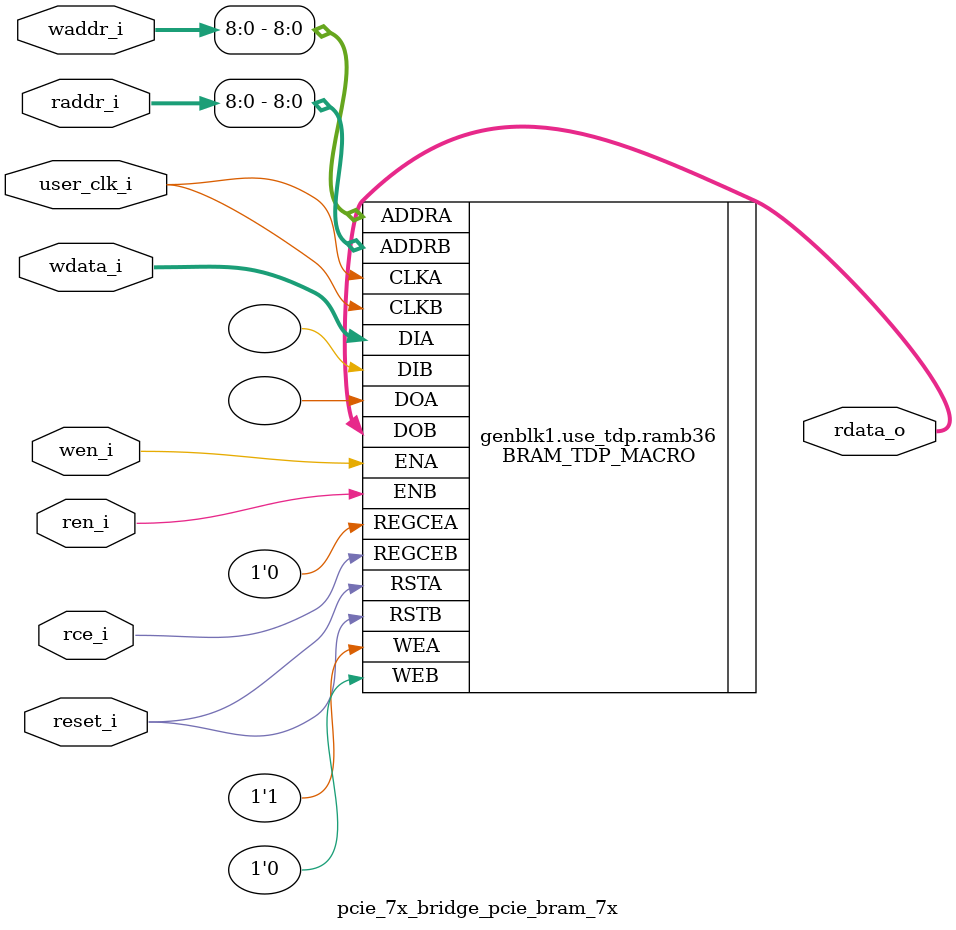
<source format=v>


`timescale 1ps/1ps

(* DowngradeIPIdentifiedWarnings = "yes" *)
module pcie_7x_bridge_pcie_bram_7x
  #(
    parameter [3:0]  LINK_CAP_MAX_LINK_SPEED = 4'h1,        // PCIe Link Speed : 1 - 2.5 GT/s; 2 - 5.0 GT/s
    parameter [5:0]  LINK_CAP_MAX_LINK_WIDTH = 6'h08,       // PCIe Link Width : 1 / 2 / 4 / 8
    parameter IMPL_TARGET = "HARD",                         // the implementation target : HARD, SOFT
    parameter DOB_REG = 0,                                  // 1 - use the output register;
                                                            // 0 - don't use the output register
    parameter WIDTH = 0                                     // supported WIDTH's : 4, 9, 18, 36 - uses RAMB36
                                                            //                     72 - uses RAMB36SDP
    )
    (
     input               user_clk_i,// user clock
     input               reset_i,   // bram reset

     input               wen_i,     // write enable
     input [12:0]        waddr_i,   // write address
     input [WIDTH - 1:0] wdata_i,   // write data

     input               ren_i,     // read enable
     input               rce_i,     // output register clock enable
     input [12:0]        raddr_i,   // read address

     output [WIDTH - 1:0] rdata_o   // read data
     );

   // map the address bits
   localparam ADDR_MSB = ((WIDTH == 4)  ? 12 :
                          (WIDTH == 9)  ? 11 :
                          (WIDTH == 18) ? 10 :
                          (WIDTH == 36) ?  9 :
                                           8
                          );

   // set the width of the tied off low address bits
   localparam ADDR_LO_BITS = ((WIDTH == 4)  ? 2 :
                              (WIDTH == 9)  ? 3 :
                              (WIDTH == 18) ? 4 :
                              (WIDTH == 36) ? 5 :
                                              0 // for WIDTH 72 use RAMB36SDP
                              );

   // map the data bits
   localparam D_MSB =  ((WIDTH == 4)  ?  3 :
                        (WIDTH == 9)  ?  7 :
                        (WIDTH == 18) ? 15 :
                        (WIDTH == 36) ? 31 :
                                        63
                        );

   // map the data parity bits
   localparam DP_LSB =  D_MSB + 1;

   localparam DP_MSB =  ((WIDTH == 4)  ? 4 :
                         (WIDTH == 9)  ? 8 :
                         (WIDTH == 18) ? 17 :
                         (WIDTH == 36) ? 35 :
                                         71
                        );

   localparam DPW = DP_MSB - DP_LSB + 1;
   localparam WRITE_MODE = ((WIDTH == 72) && (!((LINK_CAP_MAX_LINK_SPEED == 4'h2) && (LINK_CAP_MAX_LINK_WIDTH == 6'h08)))) ? "WRITE_FIRST" :
                           ((LINK_CAP_MAX_LINK_SPEED == 4'h2) && (LINK_CAP_MAX_LINK_WIDTH == 6'h08)) ? "WRITE_FIRST" : "NO_CHANGE";

   localparam DEVICE = (IMPL_TARGET == "HARD") ? "7SERIES" : "VIRTEX6";
   localparam BRAM_SIZE = "36Kb";

   localparam WE_WIDTH =(DEVICE == "VIRTEX5" || DEVICE == "VIRTEX6" || DEVICE == "7SERIES") ?
                            ((WIDTH <= 9) ? 1 :
                             (WIDTH > 9 && WIDTH <= 18) ? 2 :
                             (WIDTH > 18 && WIDTH <= 36) ? 4 :
                             (WIDTH > 36 && WIDTH <= 72) ? 8 :
                             (BRAM_SIZE == "18Kb") ? 4 : 8 ) : 8;

   //synthesis translate_off
   initial begin
      //$display("[%t] %m DOB_REG %0d WIDTH %0d ADDR_MSB %0d ADDR_LO_BITS %0d DP_MSB %0d DP_LSB %0d D_MSB %0d",
      //          $time, DOB_REG,   WIDTH,    ADDR_MSB,    ADDR_LO_BITS,    DP_MSB,    DP_LSB,    D_MSB);

      case (WIDTH)
        4,9,18,36,72:;
        default:
          begin
             $display("[%t] %m Error WIDTH %0d not supported", $time, WIDTH);
             $finish;
          end
      endcase // case (WIDTH)
   end
   //synthesis translate_on

   generate
   if ((LINK_CAP_MAX_LINK_WIDTH == 6'h08 && LINK_CAP_MAX_LINK_SPEED == 4'h2) || (WIDTH == 72)) begin : use_sdp
        BRAM_SDP_MACRO #(
               .DEVICE        (DEVICE),
               .BRAM_SIZE     (BRAM_SIZE),
               .DO_REG        (DOB_REG),
               .READ_WIDTH    (WIDTH),
               .WRITE_WIDTH   (WIDTH),
               .WRITE_MODE    (WRITE_MODE)
               )
        ramb36sdp(
               .DO             (rdata_o[WIDTH-1:0]),
               .DI             (wdata_i[WIDTH-1:0]),
               .RDADDR         (raddr_i[ADDR_MSB:0]),
               .RDCLK          (user_clk_i),
               .RDEN           (ren_i),
               .REGCE          (rce_i),
               .RST            (reset_i),
               .WE             ({WE_WIDTH{1'b1}}),
               .WRADDR         (waddr_i[ADDR_MSB:0]),
               .WRCLK          (user_clk_i),
               .WREN           (wen_i)
               );

    end  // block: use_sdp
    else if (WIDTH <= 36) begin : use_tdp
    // use RAMB36's if the width is 4, 9, 18, or 36
        BRAM_TDP_MACRO #(
               .DEVICE        (DEVICE),
               .BRAM_SIZE     (BRAM_SIZE),
               .DOA_REG       (0),
               .DOB_REG       (DOB_REG),
               .READ_WIDTH_A  (WIDTH),
               .READ_WIDTH_B  (WIDTH),
               .WRITE_WIDTH_A (WIDTH),
               .WRITE_WIDTH_B (WIDTH),
               .WRITE_MODE_A  (WRITE_MODE)
               )
        ramb36(
               .DOA            (),
               .DOB            (rdata_o[WIDTH-1:0]),
               .ADDRA          (waddr_i[ADDR_MSB:0]),
               .ADDRB          (raddr_i[ADDR_MSB:0]),
               .CLKA           (user_clk_i),
               .CLKB           (user_clk_i),
               .DIA            (wdata_i[WIDTH-1:0]),
               .DIB            ({WIDTH{1'b0}}),
               .ENA            (wen_i),
               .ENB            (ren_i),
               .REGCEA         (1'b0),
               .REGCEB         (rce_i),
               .RSTA           (reset_i),
               .RSTB           (reset_i),
               .WEA            ({WE_WIDTH{1'b1}}),
               .WEB            ({WE_WIDTH{1'b0}})
               );
   end // block: use_tdp
   endgenerate

endmodule // pcie_bram_7x


</source>
